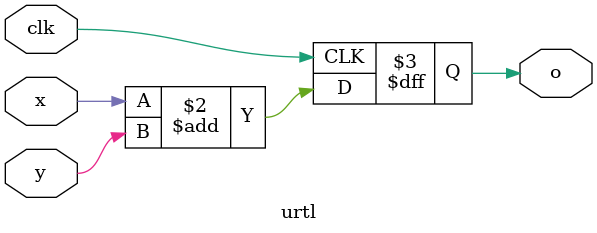
<source format=v>
module top
(
 input x,
 input y,
 input cin,

 output reg A,
 output cout
 );
 parameter X = 1;
 wire o;

always @(posedge cin)
	A <= o;

assign cout =  cin? y : x;

middle u_mid1 (.clk(cin),.x(x),.o(o),.y(1'b0));
middle u_mid2 (.clk(cin),.x(x),.o(o),.y(1'b1));
middle u_mid3 (.clk(cin),.x(x),.o(o),.y(1'bX));
middle u_mid4 (.clk(cin),.x(x),.o(o),.y(1'bX));

endmodule

module middle
(
	input clk,
	input x,
	input y,
	output o
);

urtl u_urtl (.clk(clk),.x(x),.o(o),.y(y));

endmodule

module urtl
(
	input clk,
	input x,
	input y,
	output reg o
);
always @(posedge clk)
	o <= x + y;
endmodule

</source>
